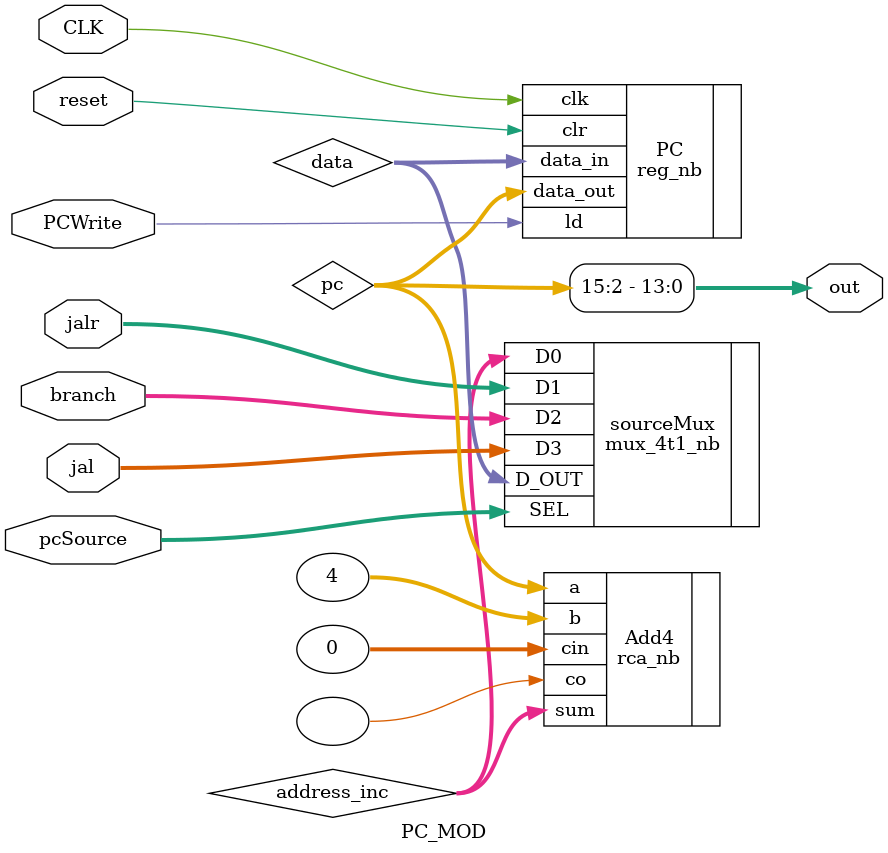
<source format=sv>
`timescale 1ns / 1ps


module PC_MOD(
    input reset,
    input PCWrite,
    input [1:0] pcSource,
    input CLK,
    input [31:0] jalr,
    input [31:0] branch,
    input [31:0] jal,
    output [13:0] out
    );
    
    logic [31:0] data;
    logic [31:0] pc;
    logic [31:0] address_inc;
    
    mux_4t1_nb #(32) sourceMux (
        .SEL(pcSource),
        .D0(address_inc),
        .D1(jalr),
        .D2(branch),
        .D3(jal),
        .D_OUT(data)        );
        
    reg_nb #(32) PC (
        .clk(CLK),
        .clr(reset),
        .ld(PCWrite),
        .data_in(data),
        .data_out(pc)       );
    
    rca_nb #(32) Add4 (.a(pc), .b(4), .cin(0), .sum(address_inc), .co());
    
    assign out = pc[15:2];
    
endmodule

</source>
